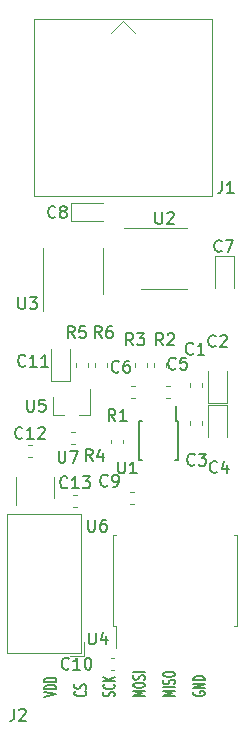
<source format=gbr>
%TF.GenerationSoftware,KiCad,Pcbnew,(5.1.10)-1*%
%TF.CreationDate,2021-07-01T21:18:45-05:00*%
%TF.ProjectId,orpMeter,6f72704d-6574-4657-922e-6b696361645f,A0*%
%TF.SameCoordinates,Original*%
%TF.FileFunction,Legend,Top*%
%TF.FilePolarity,Positive*%
%FSLAX46Y46*%
G04 Gerber Fmt 4.6, Leading zero omitted, Abs format (unit mm)*
G04 Created by KiCad (PCBNEW (5.1.10)-1) date 2021-07-01 21:18:45*
%MOMM*%
%LPD*%
G01*
G04 APERTURE LIST*
%ADD10C,0.152400*%
%ADD11C,0.120000*%
%ADD12C,0.150000*%
G04 APERTURE END LIST*
D10*
X147447000Y-142800130D02*
X147398619Y-142860606D01*
X147398619Y-142951320D01*
X147447000Y-143042035D01*
X147543761Y-143102511D01*
X147640523Y-143132749D01*
X147834047Y-143162987D01*
X147979190Y-143162987D01*
X148172714Y-143132749D01*
X148269476Y-143102511D01*
X148366238Y-143042035D01*
X148414619Y-142951320D01*
X148414619Y-142890844D01*
X148366238Y-142800130D01*
X148317857Y-142769892D01*
X147979190Y-142769892D01*
X147979190Y-142890844D01*
X148414619Y-142497749D02*
X147398619Y-142497749D01*
X148414619Y-142134892D01*
X147398619Y-142134892D01*
X148414619Y-141832511D02*
X147398619Y-141832511D01*
X147398619Y-141681320D01*
X147447000Y-141590606D01*
X147543761Y-141530130D01*
X147640523Y-141499892D01*
X147834047Y-141469654D01*
X147979190Y-141469654D01*
X148172714Y-141499892D01*
X148269476Y-141530130D01*
X148366238Y-141590606D01*
X148414619Y-141681320D01*
X148414619Y-141832511D01*
X145874619Y-143132749D02*
X144858619Y-143132749D01*
X145584333Y-142921082D01*
X144858619Y-142709416D01*
X145874619Y-142709416D01*
X145874619Y-142407035D02*
X144858619Y-142407035D01*
X145826238Y-142134892D02*
X145874619Y-142044178D01*
X145874619Y-141892987D01*
X145826238Y-141832511D01*
X145777857Y-141802273D01*
X145681095Y-141772035D01*
X145584333Y-141772035D01*
X145487571Y-141802273D01*
X145439190Y-141832511D01*
X145390809Y-141892987D01*
X145342428Y-142013940D01*
X145294047Y-142074416D01*
X145245666Y-142104654D01*
X145148904Y-142134892D01*
X145052142Y-142134892D01*
X144955380Y-142104654D01*
X144907000Y-142074416D01*
X144858619Y-142013940D01*
X144858619Y-141862749D01*
X144907000Y-141772035D01*
X144858619Y-141378940D02*
X144858619Y-141257987D01*
X144907000Y-141197511D01*
X145003761Y-141137035D01*
X145197285Y-141106797D01*
X145535952Y-141106797D01*
X145729476Y-141137035D01*
X145826238Y-141197511D01*
X145874619Y-141257987D01*
X145874619Y-141378940D01*
X145826238Y-141439416D01*
X145729476Y-141499892D01*
X145535952Y-141530130D01*
X145197285Y-141530130D01*
X145003761Y-141499892D01*
X144907000Y-141439416D01*
X144858619Y-141378940D01*
X143334619Y-143132749D02*
X142318619Y-143132749D01*
X143044333Y-142921082D01*
X142318619Y-142709416D01*
X143334619Y-142709416D01*
X142318619Y-142286082D02*
X142318619Y-142165130D01*
X142367000Y-142104654D01*
X142463761Y-142044178D01*
X142657285Y-142013940D01*
X142995952Y-142013940D01*
X143189476Y-142044178D01*
X143286238Y-142104654D01*
X143334619Y-142165130D01*
X143334619Y-142286082D01*
X143286238Y-142346559D01*
X143189476Y-142407035D01*
X142995952Y-142437273D01*
X142657285Y-142437273D01*
X142463761Y-142407035D01*
X142367000Y-142346559D01*
X142318619Y-142286082D01*
X143286238Y-141772035D02*
X143334619Y-141681320D01*
X143334619Y-141530130D01*
X143286238Y-141469654D01*
X143237857Y-141439416D01*
X143141095Y-141409178D01*
X143044333Y-141409178D01*
X142947571Y-141439416D01*
X142899190Y-141469654D01*
X142850809Y-141530130D01*
X142802428Y-141651082D01*
X142754047Y-141711559D01*
X142705666Y-141741797D01*
X142608904Y-141772035D01*
X142512142Y-141772035D01*
X142415380Y-141741797D01*
X142367000Y-141711559D01*
X142318619Y-141651082D01*
X142318619Y-141499892D01*
X142367000Y-141409178D01*
X143334619Y-141137035D02*
X142318619Y-141137035D01*
X140746238Y-143162987D02*
X140794619Y-143072273D01*
X140794619Y-142921082D01*
X140746238Y-142860606D01*
X140697857Y-142830368D01*
X140601095Y-142800130D01*
X140504333Y-142800130D01*
X140407571Y-142830368D01*
X140359190Y-142860606D01*
X140310809Y-142921082D01*
X140262428Y-143042035D01*
X140214047Y-143102511D01*
X140165666Y-143132749D01*
X140068904Y-143162987D01*
X139972142Y-143162987D01*
X139875380Y-143132749D01*
X139827000Y-143102511D01*
X139778619Y-143042035D01*
X139778619Y-142890844D01*
X139827000Y-142800130D01*
X140697857Y-142165130D02*
X140746238Y-142195368D01*
X140794619Y-142286082D01*
X140794619Y-142346559D01*
X140746238Y-142437273D01*
X140649476Y-142497749D01*
X140552714Y-142527987D01*
X140359190Y-142558225D01*
X140214047Y-142558225D01*
X140020523Y-142527987D01*
X139923761Y-142497749D01*
X139827000Y-142437273D01*
X139778619Y-142346559D01*
X139778619Y-142286082D01*
X139827000Y-142195368D01*
X139875380Y-142165130D01*
X140794619Y-141892987D02*
X139778619Y-141892987D01*
X140794619Y-141530130D02*
X140214047Y-141802273D01*
X139778619Y-141530130D02*
X140359190Y-141892987D01*
X138284857Y-142769892D02*
X138333238Y-142800130D01*
X138381619Y-142890844D01*
X138381619Y-142951320D01*
X138333238Y-143042035D01*
X138236476Y-143102511D01*
X138139714Y-143132749D01*
X137946190Y-143162987D01*
X137801047Y-143162987D01*
X137607523Y-143132749D01*
X137510761Y-143102511D01*
X137414000Y-143042035D01*
X137365619Y-142951320D01*
X137365619Y-142890844D01*
X137414000Y-142800130D01*
X137462380Y-142769892D01*
X138333238Y-142527987D02*
X138381619Y-142437273D01*
X138381619Y-142286082D01*
X138333238Y-142225606D01*
X138284857Y-142195368D01*
X138188095Y-142165130D01*
X138091333Y-142165130D01*
X137994571Y-142195368D01*
X137946190Y-142225606D01*
X137897809Y-142286082D01*
X137849428Y-142407035D01*
X137801047Y-142467511D01*
X137752666Y-142497749D01*
X137655904Y-142527987D01*
X137559142Y-142527987D01*
X137462380Y-142497749D01*
X137414000Y-142467511D01*
X137365619Y-142407035D01*
X137365619Y-142255844D01*
X137414000Y-142165130D01*
X134825619Y-143223463D02*
X135841619Y-143011797D01*
X134825619Y-142800130D01*
X135841619Y-142588463D02*
X134825619Y-142588463D01*
X134825619Y-142437273D01*
X134874000Y-142346559D01*
X134970761Y-142286082D01*
X135067523Y-142255844D01*
X135261047Y-142225606D01*
X135406190Y-142225606D01*
X135599714Y-142255844D01*
X135696476Y-142286082D01*
X135793238Y-142346559D01*
X135841619Y-142437273D01*
X135841619Y-142588463D01*
X135841619Y-141953463D02*
X134825619Y-141953463D01*
X134825619Y-141802273D01*
X134874000Y-141711559D01*
X134970761Y-141651082D01*
X135067523Y-141620844D01*
X135261047Y-141590606D01*
X135406190Y-141590606D01*
X135599714Y-141620844D01*
X135696476Y-141651082D01*
X135793238Y-141711559D01*
X135841619Y-141802273D01*
X135841619Y-141953463D01*
D11*
%TO.C,J1*%
X141478000Y-86001200D02*
X142478000Y-87001200D01*
X141478000Y-86001200D02*
X140478000Y-87001200D01*
X133978000Y-100801200D02*
X133978000Y-85801200D01*
X148978000Y-100801200D02*
X133978000Y-100801200D01*
X148978000Y-85801200D02*
X148978000Y-100801200D01*
X133978000Y-85801200D02*
X148978000Y-85801200D01*
%TO.C,C1*%
X147165600Y-117002779D02*
X147165600Y-116677221D01*
X148185600Y-117002779D02*
X148185600Y-116677221D01*
%TO.C,C3*%
X147165600Y-119877621D02*
X147165600Y-120203179D01*
X148185600Y-119877621D02*
X148185600Y-120203179D01*
%TO.C,C5*%
X145125221Y-116939600D02*
X145450779Y-116939600D01*
X145125221Y-117959600D02*
X145450779Y-117959600D01*
%TO.C,C6*%
X142453579Y-116939600D02*
X142128021Y-116939600D01*
X142453579Y-117959600D02*
X142128021Y-117959600D01*
%TO.C,C7*%
X149278200Y-105935200D02*
X149278200Y-108645200D01*
X150848200Y-105935200D02*
X149278200Y-105935200D01*
X150848200Y-108645200D02*
X150848200Y-105935200D01*
%TO.C,C8*%
X139785600Y-101373800D02*
X137075600Y-101373800D01*
X137075600Y-101373800D02*
X137075600Y-102943800D01*
X137075600Y-102943800D02*
X139785600Y-102943800D01*
%TO.C,C9*%
X142077221Y-125880400D02*
X142402779Y-125880400D01*
X142077221Y-126900400D02*
X142402779Y-126900400D01*
%TO.C,C10*%
X140751779Y-140972000D02*
X140426221Y-140972000D01*
X140751779Y-139952000D02*
X140426221Y-139952000D01*
%TO.C,C11*%
X136979800Y-116518000D02*
X136979800Y-113808000D01*
X135409800Y-116518000D02*
X136979800Y-116518000D01*
X135409800Y-113808000D02*
X135409800Y-116518000D01*
%TO.C,R1*%
X141480000Y-121452421D02*
X141480000Y-121777979D01*
X140460000Y-121452421D02*
X140460000Y-121777979D01*
%TO.C,R2*%
X145086800Y-115326379D02*
X145086800Y-115000821D01*
X144066800Y-115326379D02*
X144066800Y-115000821D01*
%TO.C,R3*%
X142492000Y-115326379D02*
X142492000Y-115000821D01*
X143512000Y-115326379D02*
X143512000Y-115000821D01*
%TO.C,R4*%
X137098821Y-120800400D02*
X137424379Y-120800400D01*
X137098821Y-121820400D02*
X137424379Y-121820400D01*
%TO.C,R5*%
X137513600Y-115275579D02*
X137513600Y-114950021D01*
X138533600Y-115275579D02*
X138533600Y-114950021D01*
%TO.C,R6*%
X139139200Y-114950021D02*
X139139200Y-115275579D01*
X140159200Y-114950021D02*
X140159200Y-115275579D01*
D12*
%TO.C,U1*%
X145925200Y-119838600D02*
X145925200Y-118613600D01*
X142800200Y-119838600D02*
X142800200Y-123188600D01*
X146150200Y-119838600D02*
X146150200Y-123188600D01*
X142800200Y-119838600D02*
X143100200Y-119838600D01*
X142800200Y-123188600D02*
X143100200Y-123188600D01*
X146150200Y-123188600D02*
X145850200Y-123188600D01*
X146150200Y-119838600D02*
X145925200Y-119838600D01*
D11*
%TO.C,U2*%
X144983200Y-108681200D02*
X146933200Y-108681200D01*
X144983200Y-108681200D02*
X143033200Y-108681200D01*
X144983200Y-103561200D02*
X146933200Y-103561200D01*
X144983200Y-103561200D02*
X141533200Y-103561200D01*
%TO.C,U3*%
X134701600Y-107137200D02*
X134701600Y-110587200D01*
X134701600Y-107137200D02*
X134701600Y-105187200D01*
X139821600Y-107137200D02*
X139821600Y-109087200D01*
X139821600Y-107137200D02*
X139821600Y-105187200D01*
%TO.C,U4*%
X140892600Y-137260800D02*
X140892600Y-139075800D01*
X140637600Y-137260800D02*
X140892600Y-137260800D01*
X140637600Y-133400800D02*
X140637600Y-137260800D01*
X140637600Y-129540800D02*
X140892600Y-129540800D01*
X140637600Y-133400800D02*
X140637600Y-129540800D01*
X151157600Y-137260800D02*
X150902600Y-137260800D01*
X151157600Y-133400800D02*
X151157600Y-137260800D01*
X151157600Y-129540800D02*
X150902600Y-129540800D01*
X151157600Y-133400800D02*
X151157600Y-129540800D01*
%TO.C,U5*%
X135529200Y-119327200D02*
X135529200Y-117867200D01*
X138689200Y-119327200D02*
X138689200Y-117167200D01*
X138689200Y-119327200D02*
X137759200Y-119327200D01*
X135529200Y-119327200D02*
X136459200Y-119327200D01*
%TO.C,U6*%
X138202800Y-139762400D02*
X138202800Y-138562400D01*
X137002800Y-139762400D02*
X138202800Y-139762400D01*
X131612800Y-127742400D02*
X137952800Y-127742400D01*
X137952800Y-139512400D02*
X137952800Y-127742400D01*
X131612800Y-139512400D02*
X137952800Y-139512400D01*
X131612800Y-139512400D02*
X131612800Y-127742400D01*
%TO.C,C12*%
X133441221Y-121918000D02*
X133766779Y-121918000D01*
X133441221Y-122938000D02*
X133766779Y-122938000D01*
%TO.C,C13*%
X137251221Y-127129000D02*
X137576779Y-127129000D01*
X137251221Y-126109000D02*
X137576779Y-126109000D01*
%TO.C,U7*%
X135595000Y-126376000D02*
X135595000Y-124576000D01*
X132375000Y-124576000D02*
X132375000Y-127026000D01*
%TO.C,C2*%
X150238600Y-118346800D02*
X150238600Y-115636800D01*
X148668600Y-118346800D02*
X150238600Y-118346800D01*
X148668600Y-115636800D02*
X148668600Y-118346800D01*
%TO.C,C4*%
X150238600Y-121243600D02*
X150238600Y-118533600D01*
X150238600Y-118533600D02*
X148668600Y-118533600D01*
X148668600Y-118533600D02*
X148668600Y-121243600D01*
%TO.C,J1*%
D12*
X149856866Y-99579180D02*
X149856866Y-100293466D01*
X149809247Y-100436323D01*
X149714009Y-100531561D01*
X149571152Y-100579180D01*
X149475914Y-100579180D01*
X150856866Y-100579180D02*
X150285438Y-100579180D01*
X150571152Y-100579180D02*
X150571152Y-99579180D01*
X150475914Y-99722038D01*
X150380676Y-99817276D01*
X150285438Y-99864895D01*
%TO.C,C1*%
X147407333Y-114149142D02*
X147359714Y-114196761D01*
X147216857Y-114244380D01*
X147121619Y-114244380D01*
X146978761Y-114196761D01*
X146883523Y-114101523D01*
X146835904Y-114006285D01*
X146788285Y-113815809D01*
X146788285Y-113672952D01*
X146835904Y-113482476D01*
X146883523Y-113387238D01*
X146978761Y-113292000D01*
X147121619Y-113244380D01*
X147216857Y-113244380D01*
X147359714Y-113292000D01*
X147407333Y-113339619D01*
X148359714Y-114244380D02*
X147788285Y-114244380D01*
X148074000Y-114244380D02*
X148074000Y-113244380D01*
X147978761Y-113387238D01*
X147883523Y-113482476D01*
X147788285Y-113530095D01*
%TO.C,C3*%
X147534333Y-123547142D02*
X147486714Y-123594761D01*
X147343857Y-123642380D01*
X147248619Y-123642380D01*
X147105761Y-123594761D01*
X147010523Y-123499523D01*
X146962904Y-123404285D01*
X146915285Y-123213809D01*
X146915285Y-123070952D01*
X146962904Y-122880476D01*
X147010523Y-122785238D01*
X147105761Y-122690000D01*
X147248619Y-122642380D01*
X147343857Y-122642380D01*
X147486714Y-122690000D01*
X147534333Y-122737619D01*
X147867666Y-122642380D02*
X148486714Y-122642380D01*
X148153380Y-123023333D01*
X148296238Y-123023333D01*
X148391476Y-123070952D01*
X148439095Y-123118571D01*
X148486714Y-123213809D01*
X148486714Y-123451904D01*
X148439095Y-123547142D01*
X148391476Y-123594761D01*
X148296238Y-123642380D01*
X148010523Y-123642380D01*
X147915285Y-123594761D01*
X147867666Y-123547142D01*
%TO.C,C5*%
X145934133Y-115419142D02*
X145886514Y-115466761D01*
X145743657Y-115514380D01*
X145648419Y-115514380D01*
X145505561Y-115466761D01*
X145410323Y-115371523D01*
X145362704Y-115276285D01*
X145315085Y-115085809D01*
X145315085Y-114942952D01*
X145362704Y-114752476D01*
X145410323Y-114657238D01*
X145505561Y-114562000D01*
X145648419Y-114514380D01*
X145743657Y-114514380D01*
X145886514Y-114562000D01*
X145934133Y-114609619D01*
X146838895Y-114514380D02*
X146362704Y-114514380D01*
X146315085Y-114990571D01*
X146362704Y-114942952D01*
X146457942Y-114895333D01*
X146696038Y-114895333D01*
X146791276Y-114942952D01*
X146838895Y-114990571D01*
X146886514Y-115085809D01*
X146886514Y-115323904D01*
X146838895Y-115419142D01*
X146791276Y-115466761D01*
X146696038Y-115514380D01*
X146457942Y-115514380D01*
X146362704Y-115466761D01*
X146315085Y-115419142D01*
%TO.C,C6*%
X141133533Y-115673142D02*
X141085914Y-115720761D01*
X140943057Y-115768380D01*
X140847819Y-115768380D01*
X140704961Y-115720761D01*
X140609723Y-115625523D01*
X140562104Y-115530285D01*
X140514485Y-115339809D01*
X140514485Y-115196952D01*
X140562104Y-115006476D01*
X140609723Y-114911238D01*
X140704961Y-114816000D01*
X140847819Y-114768380D01*
X140943057Y-114768380D01*
X141085914Y-114816000D01*
X141133533Y-114863619D01*
X141990676Y-114768380D02*
X141800200Y-114768380D01*
X141704961Y-114816000D01*
X141657342Y-114863619D01*
X141562104Y-115006476D01*
X141514485Y-115196952D01*
X141514485Y-115577904D01*
X141562104Y-115673142D01*
X141609723Y-115720761D01*
X141704961Y-115768380D01*
X141895438Y-115768380D01*
X141990676Y-115720761D01*
X142038295Y-115673142D01*
X142085914Y-115577904D01*
X142085914Y-115339809D01*
X142038295Y-115244571D01*
X141990676Y-115196952D01*
X141895438Y-115149333D01*
X141704961Y-115149333D01*
X141609723Y-115196952D01*
X141562104Y-115244571D01*
X141514485Y-115339809D01*
%TO.C,C7*%
X149820333Y-105462342D02*
X149772714Y-105509961D01*
X149629857Y-105557580D01*
X149534619Y-105557580D01*
X149391761Y-105509961D01*
X149296523Y-105414723D01*
X149248904Y-105319485D01*
X149201285Y-105129009D01*
X149201285Y-104986152D01*
X149248904Y-104795676D01*
X149296523Y-104700438D01*
X149391761Y-104605200D01*
X149534619Y-104557580D01*
X149629857Y-104557580D01*
X149772714Y-104605200D01*
X149820333Y-104652819D01*
X150153666Y-104557580D02*
X150820333Y-104557580D01*
X150391761Y-105557580D01*
%TO.C,C8*%
X135748733Y-102592142D02*
X135701114Y-102639761D01*
X135558257Y-102687380D01*
X135463019Y-102687380D01*
X135320161Y-102639761D01*
X135224923Y-102544523D01*
X135177304Y-102449285D01*
X135129685Y-102258809D01*
X135129685Y-102115952D01*
X135177304Y-101925476D01*
X135224923Y-101830238D01*
X135320161Y-101735000D01*
X135463019Y-101687380D01*
X135558257Y-101687380D01*
X135701114Y-101735000D01*
X135748733Y-101782619D01*
X136320161Y-102115952D02*
X136224923Y-102068333D01*
X136177304Y-102020714D01*
X136129685Y-101925476D01*
X136129685Y-101877857D01*
X136177304Y-101782619D01*
X136224923Y-101735000D01*
X136320161Y-101687380D01*
X136510638Y-101687380D01*
X136605876Y-101735000D01*
X136653495Y-101782619D01*
X136701114Y-101877857D01*
X136701114Y-101925476D01*
X136653495Y-102020714D01*
X136605876Y-102068333D01*
X136510638Y-102115952D01*
X136320161Y-102115952D01*
X136224923Y-102163571D01*
X136177304Y-102211190D01*
X136129685Y-102306428D01*
X136129685Y-102496904D01*
X136177304Y-102592142D01*
X136224923Y-102639761D01*
X136320161Y-102687380D01*
X136510638Y-102687380D01*
X136605876Y-102639761D01*
X136653495Y-102592142D01*
X136701114Y-102496904D01*
X136701114Y-102306428D01*
X136653495Y-102211190D01*
X136605876Y-102163571D01*
X136510638Y-102115952D01*
%TO.C,C9*%
X140168333Y-125325142D02*
X140120714Y-125372761D01*
X139977857Y-125420380D01*
X139882619Y-125420380D01*
X139739761Y-125372761D01*
X139644523Y-125277523D01*
X139596904Y-125182285D01*
X139549285Y-124991809D01*
X139549285Y-124848952D01*
X139596904Y-124658476D01*
X139644523Y-124563238D01*
X139739761Y-124468000D01*
X139882619Y-124420380D01*
X139977857Y-124420380D01*
X140120714Y-124468000D01*
X140168333Y-124515619D01*
X140644523Y-125420380D02*
X140835000Y-125420380D01*
X140930238Y-125372761D01*
X140977857Y-125325142D01*
X141073095Y-125182285D01*
X141120714Y-124991809D01*
X141120714Y-124610857D01*
X141073095Y-124515619D01*
X141025476Y-124468000D01*
X140930238Y-124420380D01*
X140739761Y-124420380D01*
X140644523Y-124468000D01*
X140596904Y-124515619D01*
X140549285Y-124610857D01*
X140549285Y-124848952D01*
X140596904Y-124944190D01*
X140644523Y-124991809D01*
X140739761Y-125039428D01*
X140930238Y-125039428D01*
X141025476Y-124991809D01*
X141073095Y-124944190D01*
X141120714Y-124848952D01*
%TO.C,C10*%
X136898142Y-140819142D02*
X136850523Y-140866761D01*
X136707666Y-140914380D01*
X136612428Y-140914380D01*
X136469571Y-140866761D01*
X136374333Y-140771523D01*
X136326714Y-140676285D01*
X136279095Y-140485809D01*
X136279095Y-140342952D01*
X136326714Y-140152476D01*
X136374333Y-140057238D01*
X136469571Y-139962000D01*
X136612428Y-139914380D01*
X136707666Y-139914380D01*
X136850523Y-139962000D01*
X136898142Y-140009619D01*
X137850523Y-140914380D02*
X137279095Y-140914380D01*
X137564809Y-140914380D02*
X137564809Y-139914380D01*
X137469571Y-140057238D01*
X137374333Y-140152476D01*
X137279095Y-140200095D01*
X138469571Y-139914380D02*
X138564809Y-139914380D01*
X138660047Y-139962000D01*
X138707666Y-140009619D01*
X138755285Y-140104857D01*
X138802904Y-140295333D01*
X138802904Y-140533428D01*
X138755285Y-140723904D01*
X138707666Y-140819142D01*
X138660047Y-140866761D01*
X138564809Y-140914380D01*
X138469571Y-140914380D01*
X138374333Y-140866761D01*
X138326714Y-140819142D01*
X138279095Y-140723904D01*
X138231476Y-140533428D01*
X138231476Y-140295333D01*
X138279095Y-140104857D01*
X138326714Y-140009619D01*
X138374333Y-139962000D01*
X138469571Y-139914380D01*
%TO.C,C11*%
X133215142Y-115165142D02*
X133167523Y-115212761D01*
X133024666Y-115260380D01*
X132929428Y-115260380D01*
X132786571Y-115212761D01*
X132691333Y-115117523D01*
X132643714Y-115022285D01*
X132596095Y-114831809D01*
X132596095Y-114688952D01*
X132643714Y-114498476D01*
X132691333Y-114403238D01*
X132786571Y-114308000D01*
X132929428Y-114260380D01*
X133024666Y-114260380D01*
X133167523Y-114308000D01*
X133215142Y-114355619D01*
X134167523Y-115260380D02*
X133596095Y-115260380D01*
X133881809Y-115260380D02*
X133881809Y-114260380D01*
X133786571Y-114403238D01*
X133691333Y-114498476D01*
X133596095Y-114546095D01*
X135119904Y-115260380D02*
X134548476Y-115260380D01*
X134834190Y-115260380D02*
X134834190Y-114260380D01*
X134738952Y-114403238D01*
X134643714Y-114498476D01*
X134548476Y-114546095D01*
%TO.C,R1*%
X140828733Y-119857780D02*
X140495400Y-119381590D01*
X140257304Y-119857780D02*
X140257304Y-118857780D01*
X140638257Y-118857780D01*
X140733495Y-118905400D01*
X140781114Y-118953019D01*
X140828733Y-119048257D01*
X140828733Y-119191114D01*
X140781114Y-119286352D01*
X140733495Y-119333971D01*
X140638257Y-119381590D01*
X140257304Y-119381590D01*
X141781114Y-119857780D02*
X141209685Y-119857780D01*
X141495400Y-119857780D02*
X141495400Y-118857780D01*
X141400161Y-119000638D01*
X141304923Y-119095876D01*
X141209685Y-119143495D01*
%TO.C,R2*%
X144867333Y-113456980D02*
X144534000Y-112980790D01*
X144295904Y-113456980D02*
X144295904Y-112456980D01*
X144676857Y-112456980D01*
X144772095Y-112504600D01*
X144819714Y-112552219D01*
X144867333Y-112647457D01*
X144867333Y-112790314D01*
X144819714Y-112885552D01*
X144772095Y-112933171D01*
X144676857Y-112980790D01*
X144295904Y-112980790D01*
X145248285Y-112552219D02*
X145295904Y-112504600D01*
X145391142Y-112456980D01*
X145629238Y-112456980D01*
X145724476Y-112504600D01*
X145772095Y-112552219D01*
X145819714Y-112647457D01*
X145819714Y-112742695D01*
X145772095Y-112885552D01*
X145200666Y-113456980D01*
X145819714Y-113456980D01*
%TO.C,R3*%
X142327333Y-113456980D02*
X141994000Y-112980790D01*
X141755904Y-113456980D02*
X141755904Y-112456980D01*
X142136857Y-112456980D01*
X142232095Y-112504600D01*
X142279714Y-112552219D01*
X142327333Y-112647457D01*
X142327333Y-112790314D01*
X142279714Y-112885552D01*
X142232095Y-112933171D01*
X142136857Y-112980790D01*
X141755904Y-112980790D01*
X142660666Y-112456980D02*
X143279714Y-112456980D01*
X142946380Y-112837933D01*
X143089238Y-112837933D01*
X143184476Y-112885552D01*
X143232095Y-112933171D01*
X143279714Y-113028409D01*
X143279714Y-113266504D01*
X143232095Y-113361742D01*
X143184476Y-113409361D01*
X143089238Y-113456980D01*
X142803523Y-113456980D01*
X142708285Y-113409361D01*
X142660666Y-113361742D01*
%TO.C,R4*%
X138898333Y-123261380D02*
X138565000Y-122785190D01*
X138326904Y-123261380D02*
X138326904Y-122261380D01*
X138707857Y-122261380D01*
X138803095Y-122309000D01*
X138850714Y-122356619D01*
X138898333Y-122451857D01*
X138898333Y-122594714D01*
X138850714Y-122689952D01*
X138803095Y-122737571D01*
X138707857Y-122785190D01*
X138326904Y-122785190D01*
X139755476Y-122594714D02*
X139755476Y-123261380D01*
X139517380Y-122213761D02*
X139279285Y-122928047D01*
X139898333Y-122928047D01*
%TO.C,R5*%
X137374333Y-112847380D02*
X137041000Y-112371190D01*
X136802904Y-112847380D02*
X136802904Y-111847380D01*
X137183857Y-111847380D01*
X137279095Y-111895000D01*
X137326714Y-111942619D01*
X137374333Y-112037857D01*
X137374333Y-112180714D01*
X137326714Y-112275952D01*
X137279095Y-112323571D01*
X137183857Y-112371190D01*
X136802904Y-112371190D01*
X138279095Y-111847380D02*
X137802904Y-111847380D01*
X137755285Y-112323571D01*
X137802904Y-112275952D01*
X137898142Y-112228333D01*
X138136238Y-112228333D01*
X138231476Y-112275952D01*
X138279095Y-112323571D01*
X138326714Y-112418809D01*
X138326714Y-112656904D01*
X138279095Y-112752142D01*
X138231476Y-112799761D01*
X138136238Y-112847380D01*
X137898142Y-112847380D01*
X137802904Y-112799761D01*
X137755285Y-112752142D01*
%TO.C,R6*%
X139660333Y-112847380D02*
X139327000Y-112371190D01*
X139088904Y-112847380D02*
X139088904Y-111847380D01*
X139469857Y-111847380D01*
X139565095Y-111895000D01*
X139612714Y-111942619D01*
X139660333Y-112037857D01*
X139660333Y-112180714D01*
X139612714Y-112275952D01*
X139565095Y-112323571D01*
X139469857Y-112371190D01*
X139088904Y-112371190D01*
X140517476Y-111847380D02*
X140327000Y-111847380D01*
X140231761Y-111895000D01*
X140184142Y-111942619D01*
X140088904Y-112085476D01*
X140041285Y-112275952D01*
X140041285Y-112656904D01*
X140088904Y-112752142D01*
X140136523Y-112799761D01*
X140231761Y-112847380D01*
X140422238Y-112847380D01*
X140517476Y-112799761D01*
X140565095Y-112752142D01*
X140612714Y-112656904D01*
X140612714Y-112418809D01*
X140565095Y-112323571D01*
X140517476Y-112275952D01*
X140422238Y-112228333D01*
X140231761Y-112228333D01*
X140136523Y-112275952D01*
X140088904Y-112323571D01*
X140041285Y-112418809D01*
%TO.C,U1*%
X141046295Y-123302780D02*
X141046295Y-124112304D01*
X141093914Y-124207542D01*
X141141533Y-124255161D01*
X141236771Y-124302780D01*
X141427247Y-124302780D01*
X141522485Y-124255161D01*
X141570104Y-124207542D01*
X141617723Y-124112304D01*
X141617723Y-123302780D01*
X142617723Y-124302780D02*
X142046295Y-124302780D01*
X142332009Y-124302780D02*
X142332009Y-123302780D01*
X142236771Y-123445638D01*
X142141533Y-123540876D01*
X142046295Y-123588495D01*
%TO.C,U2*%
X144221295Y-102173580D02*
X144221295Y-102983104D01*
X144268914Y-103078342D01*
X144316533Y-103125961D01*
X144411771Y-103173580D01*
X144602247Y-103173580D01*
X144697485Y-103125961D01*
X144745104Y-103078342D01*
X144792723Y-102983104D01*
X144792723Y-102173580D01*
X145221295Y-102268819D02*
X145268914Y-102221200D01*
X145364152Y-102173580D01*
X145602247Y-102173580D01*
X145697485Y-102221200D01*
X145745104Y-102268819D01*
X145792723Y-102364057D01*
X145792723Y-102459295D01*
X145745104Y-102602152D01*
X145173676Y-103173580D01*
X145792723Y-103173580D01*
%TO.C,U3*%
X132613495Y-109383580D02*
X132613495Y-110193104D01*
X132661114Y-110288342D01*
X132708733Y-110335961D01*
X132803971Y-110383580D01*
X132994447Y-110383580D01*
X133089685Y-110335961D01*
X133137304Y-110288342D01*
X133184923Y-110193104D01*
X133184923Y-109383580D01*
X133565876Y-109383580D02*
X134184923Y-109383580D01*
X133851590Y-109764533D01*
X133994447Y-109764533D01*
X134089685Y-109812152D01*
X134137304Y-109859771D01*
X134184923Y-109955009D01*
X134184923Y-110193104D01*
X134137304Y-110288342D01*
X134089685Y-110335961D01*
X133994447Y-110383580D01*
X133708733Y-110383580D01*
X133613495Y-110335961D01*
X133565876Y-110288342D01*
%TO.C,U4*%
X138582495Y-137780780D02*
X138582495Y-138590304D01*
X138630114Y-138685542D01*
X138677733Y-138733161D01*
X138772971Y-138780780D01*
X138963447Y-138780780D01*
X139058685Y-138733161D01*
X139106304Y-138685542D01*
X139153923Y-138590304D01*
X139153923Y-137780780D01*
X140058685Y-138114114D02*
X140058685Y-138780780D01*
X139820590Y-137733161D02*
X139582495Y-138447447D01*
X140201542Y-138447447D01*
%TO.C,U5*%
X133350095Y-118070380D02*
X133350095Y-118879904D01*
X133397714Y-118975142D01*
X133445333Y-119022761D01*
X133540571Y-119070380D01*
X133731047Y-119070380D01*
X133826285Y-119022761D01*
X133873904Y-118975142D01*
X133921523Y-118879904D01*
X133921523Y-118070380D01*
X134873904Y-118070380D02*
X134397714Y-118070380D01*
X134350095Y-118546571D01*
X134397714Y-118498952D01*
X134492952Y-118451333D01*
X134731047Y-118451333D01*
X134826285Y-118498952D01*
X134873904Y-118546571D01*
X134921523Y-118641809D01*
X134921523Y-118879904D01*
X134873904Y-118975142D01*
X134826285Y-119022761D01*
X134731047Y-119070380D01*
X134492952Y-119070380D01*
X134397714Y-119022761D01*
X134350095Y-118975142D01*
%TO.C,U6*%
X138531695Y-128230380D02*
X138531695Y-129039904D01*
X138579314Y-129135142D01*
X138626933Y-129182761D01*
X138722171Y-129230380D01*
X138912647Y-129230380D01*
X139007885Y-129182761D01*
X139055504Y-129135142D01*
X139103123Y-129039904D01*
X139103123Y-128230380D01*
X140007885Y-128230380D02*
X139817409Y-128230380D01*
X139722171Y-128278000D01*
X139674552Y-128325619D01*
X139579314Y-128468476D01*
X139531695Y-128658952D01*
X139531695Y-129039904D01*
X139579314Y-129135142D01*
X139626933Y-129182761D01*
X139722171Y-129230380D01*
X139912647Y-129230380D01*
X140007885Y-129182761D01*
X140055504Y-129135142D01*
X140103123Y-129039904D01*
X140103123Y-128801809D01*
X140055504Y-128706571D01*
X140007885Y-128658952D01*
X139912647Y-128611333D01*
X139722171Y-128611333D01*
X139626933Y-128658952D01*
X139579314Y-128706571D01*
X139531695Y-128801809D01*
%TO.C,C12*%
X132961142Y-121285142D02*
X132913523Y-121332761D01*
X132770666Y-121380380D01*
X132675428Y-121380380D01*
X132532571Y-121332761D01*
X132437333Y-121237523D01*
X132389714Y-121142285D01*
X132342095Y-120951809D01*
X132342095Y-120808952D01*
X132389714Y-120618476D01*
X132437333Y-120523238D01*
X132532571Y-120428000D01*
X132675428Y-120380380D01*
X132770666Y-120380380D01*
X132913523Y-120428000D01*
X132961142Y-120475619D01*
X133913523Y-121380380D02*
X133342095Y-121380380D01*
X133627809Y-121380380D02*
X133627809Y-120380380D01*
X133532571Y-120523238D01*
X133437333Y-120618476D01*
X133342095Y-120666095D01*
X134294476Y-120475619D02*
X134342095Y-120428000D01*
X134437333Y-120380380D01*
X134675428Y-120380380D01*
X134770666Y-120428000D01*
X134818285Y-120475619D01*
X134865904Y-120570857D01*
X134865904Y-120666095D01*
X134818285Y-120808952D01*
X134246857Y-121380380D01*
X134865904Y-121380380D01*
%TO.C,C13*%
X136771142Y-125476142D02*
X136723523Y-125523761D01*
X136580666Y-125571380D01*
X136485428Y-125571380D01*
X136342571Y-125523761D01*
X136247333Y-125428523D01*
X136199714Y-125333285D01*
X136152095Y-125142809D01*
X136152095Y-124999952D01*
X136199714Y-124809476D01*
X136247333Y-124714238D01*
X136342571Y-124619000D01*
X136485428Y-124571380D01*
X136580666Y-124571380D01*
X136723523Y-124619000D01*
X136771142Y-124666619D01*
X137723523Y-125571380D02*
X137152095Y-125571380D01*
X137437809Y-125571380D02*
X137437809Y-124571380D01*
X137342571Y-124714238D01*
X137247333Y-124809476D01*
X137152095Y-124857095D01*
X138056857Y-124571380D02*
X138675904Y-124571380D01*
X138342571Y-124952333D01*
X138485428Y-124952333D01*
X138580666Y-124999952D01*
X138628285Y-125047571D01*
X138675904Y-125142809D01*
X138675904Y-125380904D01*
X138628285Y-125476142D01*
X138580666Y-125523761D01*
X138485428Y-125571380D01*
X138199714Y-125571380D01*
X138104476Y-125523761D01*
X138056857Y-125476142D01*
%TO.C,U7*%
X136017095Y-122388380D02*
X136017095Y-123197904D01*
X136064714Y-123293142D01*
X136112333Y-123340761D01*
X136207571Y-123388380D01*
X136398047Y-123388380D01*
X136493285Y-123340761D01*
X136540904Y-123293142D01*
X136588523Y-123197904D01*
X136588523Y-122388380D01*
X136969476Y-122388380D02*
X137636142Y-122388380D01*
X137207571Y-123388380D01*
%TO.C,J2*%
X132254666Y-144232380D02*
X132254666Y-144946666D01*
X132207047Y-145089523D01*
X132111809Y-145184761D01*
X131968952Y-145232380D01*
X131873714Y-145232380D01*
X132683238Y-144327619D02*
X132730857Y-144280000D01*
X132826095Y-144232380D01*
X133064190Y-144232380D01*
X133159428Y-144280000D01*
X133207047Y-144327619D01*
X133254666Y-144422857D01*
X133254666Y-144518095D01*
X133207047Y-144660952D01*
X132635619Y-145232380D01*
X133254666Y-145232380D01*
%TO.C,C2*%
X149312333Y-113514142D02*
X149264714Y-113561761D01*
X149121857Y-113609380D01*
X149026619Y-113609380D01*
X148883761Y-113561761D01*
X148788523Y-113466523D01*
X148740904Y-113371285D01*
X148693285Y-113180809D01*
X148693285Y-113037952D01*
X148740904Y-112847476D01*
X148788523Y-112752238D01*
X148883761Y-112657000D01*
X149026619Y-112609380D01*
X149121857Y-112609380D01*
X149264714Y-112657000D01*
X149312333Y-112704619D01*
X149693285Y-112704619D02*
X149740904Y-112657000D01*
X149836142Y-112609380D01*
X150074238Y-112609380D01*
X150169476Y-112657000D01*
X150217095Y-112704619D01*
X150264714Y-112799857D01*
X150264714Y-112895095D01*
X150217095Y-113037952D01*
X149645666Y-113609380D01*
X150264714Y-113609380D01*
%TO.C,C4*%
X149439333Y-124182142D02*
X149391714Y-124229761D01*
X149248857Y-124277380D01*
X149153619Y-124277380D01*
X149010761Y-124229761D01*
X148915523Y-124134523D01*
X148867904Y-124039285D01*
X148820285Y-123848809D01*
X148820285Y-123705952D01*
X148867904Y-123515476D01*
X148915523Y-123420238D01*
X149010761Y-123325000D01*
X149153619Y-123277380D01*
X149248857Y-123277380D01*
X149391714Y-123325000D01*
X149439333Y-123372619D01*
X150296476Y-123610714D02*
X150296476Y-124277380D01*
X150058380Y-123229761D02*
X149820285Y-123944047D01*
X150439333Y-123944047D01*
%TD*%
M02*

</source>
